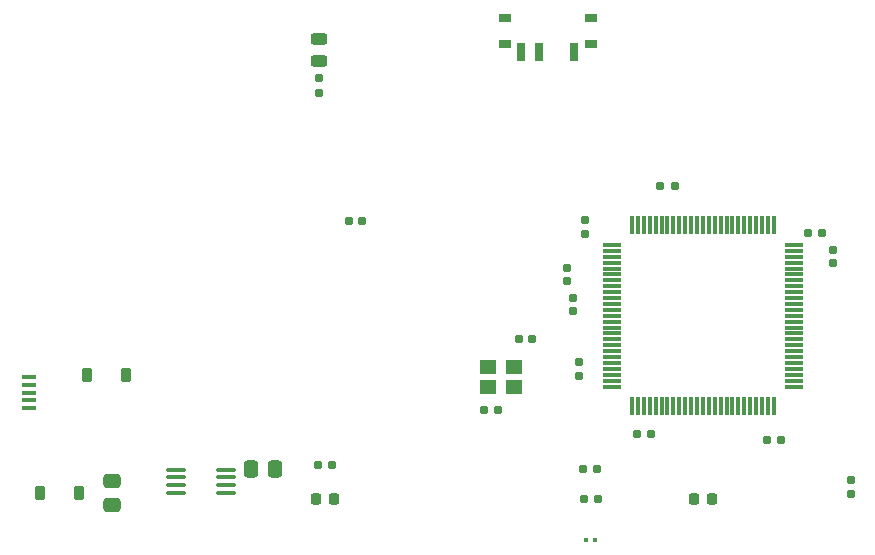
<source format=gtp>
%TF.GenerationSoftware,KiCad,Pcbnew,8.0.5*%
%TF.CreationDate,2024-11-27T11:31:13-05:00*%
%TF.ProjectId,Alfond PCB,416c666f-6e64-4205-9043-422e6b696361,rev?*%
%TF.SameCoordinates,Original*%
%TF.FileFunction,Paste,Top*%
%TF.FilePolarity,Positive*%
%FSLAX46Y46*%
G04 Gerber Fmt 4.6, Leading zero omitted, Abs format (unit mm)*
G04 Created by KiCad (PCBNEW 8.0.5) date 2024-11-27 11:31:13*
%MOMM*%
%LPD*%
G01*
G04 APERTURE LIST*
G04 Aperture macros list*
%AMRoundRect*
0 Rectangle with rounded corners*
0 $1 Rounding radius*
0 $2 $3 $4 $5 $6 $7 $8 $9 X,Y pos of 4 corners*
0 Add a 4 corners polygon primitive as box body*
4,1,4,$2,$3,$4,$5,$6,$7,$8,$9,$2,$3,0*
0 Add four circle primitives for the rounded corners*
1,1,$1+$1,$2,$3*
1,1,$1+$1,$4,$5*
1,1,$1+$1,$6,$7*
1,1,$1+$1,$8,$9*
0 Add four rect primitives between the rounded corners*
20,1,$1+$1,$2,$3,$4,$5,0*
20,1,$1+$1,$4,$5,$6,$7,0*
20,1,$1+$1,$6,$7,$8,$9,0*
20,1,$1+$1,$8,$9,$2,$3,0*%
G04 Aperture macros list end*
%ADD10R,1.400000X1.200000*%
%ADD11RoundRect,0.160000X-0.160000X0.197500X-0.160000X-0.197500X0.160000X-0.197500X0.160000X0.197500X0*%
%ADD12RoundRect,0.100000X-0.712500X-0.100000X0.712500X-0.100000X0.712500X0.100000X-0.712500X0.100000X0*%
%ADD13RoundRect,0.075000X-0.725000X-0.075000X0.725000X-0.075000X0.725000X0.075000X-0.725000X0.075000X0*%
%ADD14RoundRect,0.075000X-0.075000X-0.725000X0.075000X-0.725000X0.075000X0.725000X-0.075000X0.725000X0*%
%ADD15RoundRect,0.155000X0.212500X0.155000X-0.212500X0.155000X-0.212500X-0.155000X0.212500X-0.155000X0*%
%ADD16RoundRect,0.155000X0.155000X-0.212500X0.155000X0.212500X-0.155000X0.212500X-0.155000X-0.212500X0*%
%ADD17RoundRect,0.160000X-0.197500X-0.160000X0.197500X-0.160000X0.197500X0.160000X-0.197500X0.160000X0*%
%ADD18RoundRect,0.160000X0.197500X0.160000X-0.197500X0.160000X-0.197500X-0.160000X0.197500X-0.160000X0*%
%ADD19RoundRect,0.155000X-0.155000X0.212500X-0.155000X-0.212500X0.155000X-0.212500X0.155000X0.212500X0*%
%ADD20RoundRect,0.225000X0.225000X0.375000X-0.225000X0.375000X-0.225000X-0.375000X0.225000X-0.375000X0*%
%ADD21RoundRect,0.155000X-0.212500X-0.155000X0.212500X-0.155000X0.212500X0.155000X-0.212500X0.155000X0*%
%ADD22R,1.000000X0.800000*%
%ADD23R,0.700000X1.500000*%
%ADD24R,1.300000X0.450000*%
%ADD25RoundRect,0.250000X-0.475000X0.337500X-0.475000X-0.337500X0.475000X-0.337500X0.475000X0.337500X0*%
%ADD26RoundRect,0.225000X0.225000X0.250000X-0.225000X0.250000X-0.225000X-0.250000X0.225000X-0.250000X0*%
%ADD27RoundRect,0.218750X-0.218750X-0.256250X0.218750X-0.256250X0.218750X0.256250X-0.218750X0.256250X0*%
%ADD28RoundRect,0.250000X-0.337500X-0.475000X0.337500X-0.475000X0.337500X0.475000X-0.337500X0.475000X0*%
%ADD29RoundRect,0.067500X-0.137500X-0.067500X0.137500X-0.067500X0.137500X0.067500X-0.137500X0.067500X0*%
%ADD30RoundRect,0.243750X0.456250X-0.243750X0.456250X0.243750X-0.456250X0.243750X-0.456250X-0.243750X0*%
G04 APERTURE END LIST*
D10*
%TO.C,Y1*%
X205800000Y-80000000D03*
X208000000Y-80000000D03*
X208000000Y-78300000D03*
X205800000Y-78300000D03*
%TD*%
D11*
%TO.C,R7*%
X191500000Y-53902500D03*
X191500000Y-55097500D03*
%TD*%
D12*
%TO.C,U3*%
X179387500Y-87025000D03*
X179387500Y-87675000D03*
X179387500Y-88325000D03*
X179387500Y-88975000D03*
X183612500Y-88975000D03*
X183612500Y-88325000D03*
X183612500Y-87675000D03*
X183612500Y-87025000D03*
%TD*%
D13*
%TO.C,U2*%
X216325000Y-68000000D03*
X216325000Y-68500000D03*
X216325000Y-69000000D03*
X216325000Y-69500000D03*
X216325000Y-70000000D03*
X216325000Y-70500000D03*
X216325000Y-71000000D03*
X216325000Y-71500000D03*
X216325000Y-72000000D03*
X216325000Y-72500000D03*
X216325000Y-73000000D03*
X216325000Y-73500000D03*
X216325000Y-74000000D03*
X216325000Y-74500000D03*
X216325000Y-75000000D03*
X216325000Y-75500000D03*
X216325000Y-76000000D03*
X216325000Y-76500000D03*
X216325000Y-77000000D03*
X216325000Y-77500000D03*
X216325000Y-78000000D03*
X216325000Y-78500000D03*
X216325000Y-79000000D03*
X216325000Y-79500000D03*
X216325000Y-80000000D03*
D14*
X218000000Y-81675000D03*
X218500000Y-81675000D03*
X219000000Y-81675000D03*
X219500000Y-81675000D03*
X220000000Y-81675000D03*
X220500000Y-81675000D03*
X221000000Y-81675000D03*
X221500000Y-81675000D03*
X222000000Y-81675000D03*
X222500000Y-81675000D03*
X223000000Y-81675000D03*
X223500000Y-81675000D03*
X224000000Y-81675000D03*
X224500000Y-81675000D03*
X225000000Y-81675000D03*
X225500000Y-81675000D03*
X226000000Y-81675000D03*
X226500000Y-81675000D03*
X227000000Y-81675000D03*
X227500000Y-81675000D03*
X228000000Y-81675000D03*
X228500000Y-81675000D03*
X229000000Y-81675000D03*
X229500000Y-81675000D03*
X230000000Y-81675000D03*
D13*
X231675000Y-80000000D03*
X231675000Y-79500000D03*
X231675000Y-79000000D03*
X231675000Y-78500000D03*
X231675000Y-78000000D03*
X231675000Y-77500000D03*
X231675000Y-77000000D03*
X231675000Y-76500000D03*
X231675000Y-76000000D03*
X231675000Y-75500000D03*
X231675000Y-75000000D03*
X231675000Y-74500000D03*
X231675000Y-74000000D03*
X231675000Y-73500000D03*
X231675000Y-73000000D03*
X231675000Y-72500000D03*
X231675000Y-72000000D03*
X231675000Y-71500000D03*
X231675000Y-71000000D03*
X231675000Y-70500000D03*
X231675000Y-70000000D03*
X231675000Y-69500000D03*
X231675000Y-69000000D03*
X231675000Y-68500000D03*
X231675000Y-68000000D03*
D14*
X230000000Y-66325000D03*
X229500000Y-66325000D03*
X229000000Y-66325000D03*
X228500000Y-66325000D03*
X228000000Y-66325000D03*
X227500000Y-66325000D03*
X227000000Y-66325000D03*
X226500000Y-66325000D03*
X226000000Y-66325000D03*
X225500000Y-66325000D03*
X225000000Y-66325000D03*
X224500000Y-66325000D03*
X224000000Y-66325000D03*
X223500000Y-66325000D03*
X223000000Y-66325000D03*
X222500000Y-66325000D03*
X222000000Y-66325000D03*
X221500000Y-66325000D03*
X221000000Y-66325000D03*
X220500000Y-66325000D03*
X220000000Y-66325000D03*
X219500000Y-66325000D03*
X219000000Y-66325000D03*
X218500000Y-66325000D03*
X218000000Y-66325000D03*
%TD*%
D15*
%TO.C,C10*%
X195135000Y-66000000D03*
X194000000Y-66000000D03*
%TD*%
D16*
%TO.C,C9*%
X235000000Y-69567500D03*
X235000000Y-68432500D03*
%TD*%
D17*
%TO.C,R5*%
X220402500Y-63000000D03*
X221597500Y-63000000D03*
%TD*%
D18*
%TO.C,R4*%
X215097500Y-89500000D03*
X213902500Y-89500000D03*
%TD*%
D19*
%TO.C,C6*%
X212500000Y-69932500D03*
X212500000Y-71067500D03*
%TD*%
D20*
%TO.C,D2*%
X171150000Y-89000000D03*
X167850000Y-89000000D03*
%TD*%
D21*
%TO.C,C11*%
X205500000Y-82000000D03*
X206635000Y-82000000D03*
%TD*%
D22*
%TO.C,SW1*%
X214500000Y-51000000D03*
X214500000Y-48790000D03*
X207200000Y-51000000D03*
X207200000Y-48790000D03*
D23*
X213100000Y-51650000D03*
X210100000Y-51650000D03*
X208600000Y-51650000D03*
%TD*%
D20*
%TO.C,D1*%
X175150000Y-79000000D03*
X171850000Y-79000000D03*
%TD*%
D15*
%TO.C,C3*%
X219567500Y-84000000D03*
X218432500Y-84000000D03*
%TD*%
D19*
%TO.C,C7*%
X214000000Y-65932500D03*
X214000000Y-67067500D03*
%TD*%
D21*
%TO.C,C8*%
X232932500Y-67000000D03*
X234067500Y-67000000D03*
%TD*%
%TO.C,C12*%
X208432500Y-76000000D03*
X209567500Y-76000000D03*
%TD*%
D24*
%TO.C,J5*%
X166900000Y-79200000D03*
X166900000Y-79850000D03*
X166900000Y-80500000D03*
X166900000Y-81150000D03*
X166900000Y-81800000D03*
%TD*%
D16*
%TO.C,C4*%
X213500000Y-79067500D03*
X213500000Y-77932500D03*
%TD*%
D25*
%TO.C,C13*%
X174000000Y-87962500D03*
X174000000Y-90037500D03*
%TD*%
D26*
%TO.C,C1*%
X224775000Y-89500000D03*
X223225000Y-89500000D03*
%TD*%
D17*
%TO.C,R6*%
X191415000Y-86630000D03*
X192610000Y-86630000D03*
%TD*%
%TO.C,R3*%
X213805000Y-87000000D03*
X215000000Y-87000000D03*
%TD*%
D11*
%TO.C,R1*%
X236500000Y-87902500D03*
X236500000Y-89097500D03*
%TD*%
D27*
%TO.C,D3*%
X191212500Y-89500000D03*
X192787500Y-89500000D03*
%TD*%
D28*
%TO.C,C15*%
X185712500Y-87000000D03*
X187787500Y-87000000D03*
%TD*%
D29*
%TO.C,C14*%
X214137500Y-93000000D03*
X214862500Y-93000000D03*
%TD*%
D15*
%TO.C,C2*%
X230567500Y-84500000D03*
X229432500Y-84500000D03*
%TD*%
D30*
%TO.C,D4*%
X191500000Y-52437500D03*
X191500000Y-50562500D03*
%TD*%
D16*
%TO.C,C5*%
X213000000Y-73635000D03*
X213000000Y-72500000D03*
%TD*%
M02*

</source>
